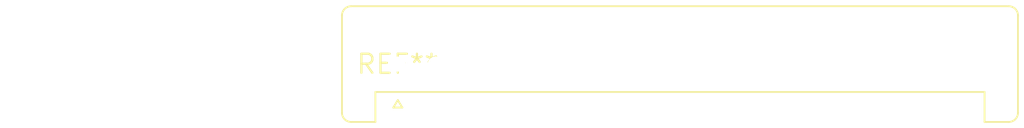
<source format=kicad_pcb>
(kicad_pcb (version 20240108) (generator pcbnew)
  (layers (0 "F.Cu" signal) (31 "B.Cu" signal) (34 "B.Paste" user) (35 "F.Paste" user) (36 "B.SilkS" user "B.Silkscreen") (37 "F.SilkS" user "F.Silkscreen") (38 "B.Mask" user) (39 "F.Mask" user) (44 "Edge.Cuts" user))
  (net 0 "")
  (footprint "Stocko_MKS_1666-6-0-1616_1x16_P2.50mm_Vertical" (layer "F.Cu") (at 0 0)
    (property "Reference" "REF**")
    (property "Value" "Stocko_MKS_1666-6-0-1616_1x16_P2.50mm_Vertical")
    (fp_line (start -3.71 -3.25) (end -3.71 3.25) (layer "F.SilkS") (stroke (width 0.12)))
    (fp_line (start -3.1 -3.86) (end 40.6 -3.86) (layer "F.SilkS") (stroke (width 0.12)))
    (fp_line (start -3.1 3.86) (end -1.49 3.86) (layer "F.SilkS") (stroke (width 0.12)))
    (fp_line (start -1.49 1.86) (end 38.99 1.86) (layer "F.SilkS") (stroke (width 0.12)))
    (fp_line (start -1.49 3.86) (end -1.49 1.86) (layer "F.SilkS") (stroke (width 0.12)))
    (fp_line (start -0.3 2.9) (end 0.3 2.9) (layer "F.SilkS") (stroke (width 0.12)))
    (fp_line (start 0 2.4) (end -0.3 2.9) (layer "F.SilkS") (stroke (width 0.12)))
    (fp_line (start 0.3 2.9) (end 0 2.4) (layer "F.SilkS") (stroke (width 0.12)))
    (fp_line (start 38.99 3.86) (end 38.99 1.86) (layer "F.SilkS") (stroke (width 0.12)))
    (fp_line (start 40.6 3.86) (end 38.99 3.86) (layer "F.SilkS") (stroke (width 0.12)))
    (fp_line (start 41.21 -3.25) (end 41.21 3.25) (layer "F.SilkS") (stroke (width 0.12)))
    (fp_arc (start -3.71 -3.25) (mid -3.531335 -3.681335) (end -3.1 -3.86) (layer "F.SilkS") (stroke (width 0.12)))
    (fp_arc (start -3.1 3.86) (mid -3.531335 3.681335) (end -3.71 3.25) (layer "F.SilkS") (stroke (width 0.12)))
    (fp_arc (start 40.6 -3.86) (mid 41.031335 -3.681335) (end 41.21 -3.25) (layer "F.SilkS") (stroke (width 0.12)))
    (fp_arc (start 41.21 3.25) (mid 41.031335 3.681335) (end 40.6 3.86) (layer "F.SilkS") (stroke (width 0.12)))
    (pad "1" thru_hole roundrect (at 0 0) (size 1.5 2) (drill 1) (layers *.Cu *.Mask) (remove_unused_layers))
    (pad "2" thru_hole oval (at 2.5 0) (size 1.5 2) (drill 1) (layers *.Cu *.Mask) (remove_unused_layers))
    (pad "3" thru_hole oval (at 5 0) (size 1.5 2) (drill 1) (layers *.Cu *.Mask) (remove_unused_layers))
    (pad "4" thru_hole oval (at 7.5 0) (size 1.5 2) (drill 1) (layers *.Cu *.Mask) (remove_unused_layers))
    (pad "5" thru_hole oval (at 10 0) (size 1.5 2) (drill 1) (layers *.Cu *.Mask) (remove_unused_layers))
    (pad "6" thru_hole oval (at 12.5 0) (size 1.5 2) (drill 1) (layers *.Cu *.Mask) (remove_unused_layers))
    (pad "7" thru_hole oval (at 15 0) (size 1.5 2) (drill 1) (layers *.Cu *.Mask) (remove_unused_layers))
    (pad "8" thru_hole oval (at 17.5 0) (size 1.5 2) (drill 1) (layers *.Cu *.Mask) (remove_unused_layers))
    (pad "9" thru_hole oval (at 20 0) (size 1.5 2) (drill 1) (layers *.Cu *.Mask) (remove_unused_layers))
    (pad "10" thru_hole oval (at 22.5 0) (size 1.5 2) (drill 1) (layers *.Cu *.Mask) (remove_unused_layers))
    (pad "11" thru_hole oval (at 25 0) (size 1.5 2) (drill 1) (layers *.Cu *.Mask) (remove_unused_layers))
    (pad "12" thru_hole oval (at 27.5 0) (size 1.5 2) (drill 1) (layers *.Cu *.Mask) (remove_unused_layers))
    (pad "13" thru_hole oval (at 30 0) (size 1.5 2) (drill 1) (layers *.Cu *.Mask) (remove_unused_layers))
    (pad "14" thru_hole oval (at 32.5 0) (size 1.5 2) (drill 1) (layers *.Cu *.Mask) (remove_unused_layers))
    (pad "15" thru_hole oval (at 35 0) (size 1.5 2) (drill 1) (layers *.Cu *.Mask) (remove_unused_layers))
    (pad "16" thru_hole oval (at 37.5 0) (size 1.5 2) (drill 1) (layers *.Cu *.Mask) (remove_unused_layers))
  )
)
</source>
